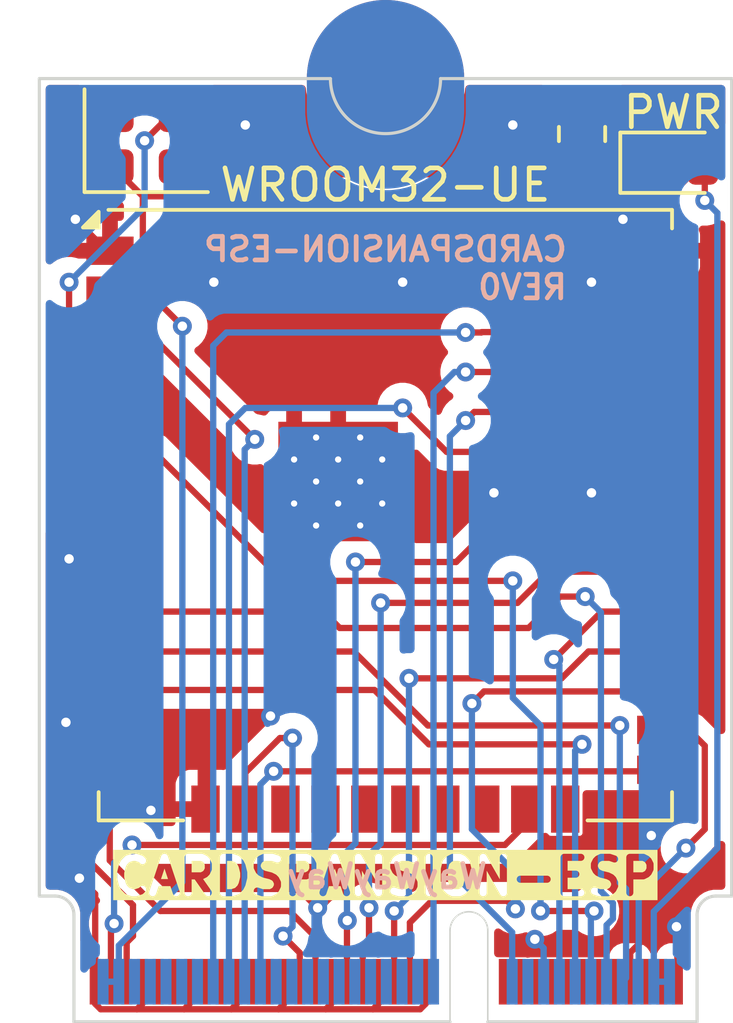
<source format=kicad_pcb>
(kicad_pcb (version 20241229) (generator "pcbnew") (generator_version "9.0")
  (title_block (title "CARDSPANSION-ESP") (date "2025-08-15") (rev "REV0"))
  (layers (0 "F.Cu" signal) (2 "B.Cu" signal) (13 "F.Paste" user) (15 "B.Paste" user) (5 "F.SilkS" user "F.Silkscreen") (7 "B.SilkS" user "B.Silkscreen") (1 "F.Mask" user) (3 "B.Mask" user) (25 "Edge.Cuts" user))
  (net 0 "")
  (net 1 "Net-(D1-K)")
  (net 2 "+3.3V")
  (net 5 "/I2C-SCL")
  (net 6 "/UART-TX")
  (net 11 "/LED2")
  (net 12 "GND")
  (net 17 "/I2C-SDA")
  (net 23 "/LED1")
  (net 24 "/I2S-SDOUT")
  (net 27 "/JTAG-TDO")
  (net 28 "/SPI-CLK")
  (net 29 "/I2S-WS")
  (net 35 "/SPI-MOSI")
  (net 36 "/UART-RX")
  (net 37 "/BOOT")
  (net 42 "/JTAG-TDI")
  (net 45 "/JTAG-TMS")
  (net 47 "/SPI-MISO")
  (net 49 "/I2S-CK")
  (net 50 "/EN")
  (net 51 "/JTAG-TCK")
  (net 53 "/SPI-CS")
  (net 55 "/I2S-SDIN")
  (net 57 "/RTCIN")
  (footprint "Oscillator:Oscillator_SMD_Abracon_ASE-4Pin_3.2x2.5mm" (layer "F.Cu") (at 20.85 26.5)
    (property "Reference" "Y1" (hide yes))
    (property "Value" "ASE-32.768KHZ" (hide yes))
    (fp_line (start -1.96 -1.635) (end -1.96 1.635) (stroke (width 0.12)) (layer "F.SilkS"))
    (fp_line (start -1.96 1.635) (end 1.96 1.635) (stroke (width 0.12)) (layer "F.SilkS"))
    (pad "1" smd roundrect (at -1.05 0.825) (size 1.3 1.1) (layers "F.Cu" "F.Mask" "F.Paste") (roundrect_rratio 0.227273) (net 2 "+3.3V"))
    (pad "2" smd roundrect (at 1.05 0.825) (size 1.3 1.1) (layers "F.Cu" "F.Mask" "F.Paste") (roundrect_rratio 0.227273) (net 12 "GND"))
    (pad "3" smd roundrect (at 1.05 -0.825) (size 1.3 1.1) (layers "F.Cu" "F.Mask" "F.Paste") (roundrect_rratio 0.227273) (net 57 "/RTCIN"))
    (pad "4" smd roundrect (at -1.05 -0.825) (size 1.3 1.1) (layers "F.Cu" "F.Mask" "F.Paste") (roundrect_rratio 0.227273) (net 2 "+3.3V"))
  )
  (footprint "LED_SMD:LED_0805_2012Metric" (layer "F.Cu") (at 37.6 27.2)
    (property "Reference" "D1" (hide yes))
    (property "Value" "PWR" (at 0 -1.6 0) (layer "F.SilkS"))
    (fp_line (start -1.685 -0.96) (end -1.685 0.96) (stroke (width 0.12)) (layer "F.SilkS"))
    (fp_line (start -1.685 0.96) (end 1 0.96) (stroke (width 0.12)) (layer "F.SilkS"))
    (fp_line (start 1 -0.96) (end -1.685 -0.96) (stroke (width 0.12)) (layer "F.SilkS"))
    (pad "1" smd roundrect (at -0.9375 0) (size 0.975 1.4) (layers "F.Cu" "F.Mask" "F.Paste") (net 1 "Net-(D1-K)"))
    (pad "2" smd roundrect (at 0.9375 0) (size 0.975 1.4) (layers "F.Cu" "F.Mask" "F.Paste") (net 2 "+3.3V"))
  )
  (footprint "RF_Module:ESP32-WROOM-32UE" (layer "F.Cu") (at 28.45 38.41)
    (property "Reference" "WROOM32-UE" (at 0 -10.5 0) (layer "F.SilkS"))
    (property "Value" "CARDSPANSION-ESP" (at 0 11.5 0) (layer "F.SilkS" knockout) (effects (font (size 1.125 1.125) (thickness 0.225) (bold yes))))
    (fp_line (start -9.11 8.81) (end -9.11 9.71) (stroke (width 0.12)) (layer "F.SilkS"))
    (fp_line (start -9.11 9.71) (end -6.425 9.71) (stroke (width 0.12)) (layer "F.SilkS"))
    (fp_line (start -8.8 -9.71) (end 9.11 -9.71) (stroke (width 0.12)) (layer "F.SilkS"))
    (fp_line (start 6.425 9.71) (end 9.11 9.71) (stroke (width 0.12)) (layer "F.SilkS"))
    (fp_line (start 9.11 -9.71) (end 9.11 -9.12) (stroke (width 0.12)) (layer "F.SilkS"))
    (fp_line (start 9.11 8.81) (end 9.11 9.71) (stroke (width 0.12)) (layer "F.SilkS"))
    (fp_poly (pts (xy -9.11 -9.15) (xy -9.61 -9.15) (xy -9.11 -9.65) (xy -9.11 -9.15)) (stroke (width 0.12)) (fill yes) (layer "F.SilkS"))
    (pad "1" smd rect (at -8.75 -8.41) (size 1.5 0.9) (layers "F.Cu" "F.Mask" "F.Paste") (net 12 "GND"))
    (pad "2" smd rect (at -8.75 -7.14) (size 1.5 0.9) (layers "F.Cu" "F.Mask" "F.Paste") (net 2 "+3.3V"))
    (pad "3" smd rect (at -8.75 -5.87) (size 1.5 0.9) (layers "F.Cu" "F.Mask" "F.Paste") (net 50 "/EN"))
    (pad "4" smd rect (at -8.75 -4.6) (size 1.5 0.9) (layers "F.Cu" "F.Mask" "F.Paste"))
    (pad "5" smd rect (at -8.75 -3.33) (size 1.5 0.9) (layers "F.Cu" "F.Mask" "F.Paste"))
    (pad "6" smd rect (at -8.75 -2.06) (size 1.5 0.9) (layers "F.Cu" "F.Mask" "F.Paste") (net 55 "/I2S-SDIN"))
    (pad "7" smd rect (at -8.75 -0.79) (size 1.5 0.9) (layers "F.Cu" "F.Mask" "F.Paste"))
    (pad "8" smd rect (at -8.75 0.48) (size 1.5 0.9) (layers "F.Cu" "F.Mask" "F.Paste") (net 57 "/RTCIN"))
    (pad "9" smd rect (at -8.75 1.75) (size 1.5 0.9) (layers "F.Cu" "F.Mask" "F.Paste"))
    (pad "10" smd rect (at -8.75 3.02) (size 1.5 0.9) (layers "F.Cu" "F.Mask" "F.Paste") (net 29 "/I2S-WS"))
    (pad "11" smd rect (at -8.75 4.29) (size 1.5 0.9) (layers "F.Cu" "F.Mask" "F.Paste") (net 49 "/I2S-CK"))
    (pad "12" smd rect (at -8.75 5.56) (size 1.5 0.9) (layers "F.Cu" "F.Mask" "F.Paste") (net 24 "/I2S-SDOUT"))
    (pad "13" smd rect (at -8.75 6.83) (size 1.5 0.9) (layers "F.Cu" "F.Mask" "F.Paste") (net 51 "/JTAG-TCK"))
    (pad "14" smd rect (at -8.75 8.1) (size 1.5 0.9) (layers "F.Cu" "F.Mask" "F.Paste") (net 42 "/JTAG-TDI"))
    (pad "15" smd rect (at -5.715 9.35 90) (size 1.5 0.9) (layers "F.Cu" "F.Mask" "F.Paste") (net 12 "GND"))
    (pad "16" smd rect (at -4.445 9.35 90) (size 1.5 0.9) (layers "F.Cu" "F.Mask" "F.Paste") (net 27 "/JTAG-TDO"))
    (pad "17" smd rect (at -3.175 9.35 90) (size 1.5 0.9) (layers "F.Cu" "F.Mask" "F.Paste"))
    (pad "18" smd rect (at -1.905 9.35 90) (size 1.5 0.9) (layers "F.Cu" "F.Mask" "F.Paste"))
    (pad "19" smd rect (at -0.635 9.35 90) (size 1.5 0.9) (layers "F.Cu" "F.Mask" "F.Paste"))
    (pad "20" smd rect (at 0.635 9.35 90) (size 1.5 0.9) (layers "F.Cu" "F.Mask" "F.Paste"))
    (pad "21" smd rect (at 1.905 9.35 90) (size 1.5 0.9) (layers "F.Cu" "F.Mask" "F.Paste"))
    (pad "22" smd rect (at 3.175 9.35 90) (size 1.5 0.9) (layers "F.Cu" "F.Mask" "F.Paste"))
    (pad "23" smd rect (at 4.445 9.35 90) (size 1.5 0.9) (layers "F.Cu" "F.Mask" "F.Paste") (net 45 "/JTAG-TMS"))
    (pad "24" smd rect (at 5.715 9.35 90) (size 1.5 0.9) (layers "F.Cu" "F.Mask" "F.Paste"))
    (pad "25" smd rect (at 8.75 8.1) (size 1.5 0.9) (layers "F.Cu" "F.Mask" "F.Paste") (net 37 "/BOOT"))
    (pad "26" smd rect (at 8.75 6.83) (size 1.5 0.9) (layers "F.Cu" "F.Mask" "F.Paste") (net 23 "/LED1"))
    (pad "27" smd rect (at 8.75 5.56) (size 1.5 0.9) (layers "F.Cu" "F.Mask" "F.Paste") (net 53 "/SPI-CS"))
    (pad "28" smd rect (at 8.75 4.29) (size 1.5 0.9) (layers "F.Cu" "F.Mask" "F.Paste") (net 35 "/SPI-MOSI"))
    (pad "29" smd rect (at 8.75 3.02) (size 1.5 0.9) (layers "F.Cu" "F.Mask" "F.Paste") (net 11 "/LED2"))
    (pad "30" smd rect (at 8.75 1.75) (size 1.5 0.9) (layers "F.Cu" "F.Mask" "F.Paste") (net 47 "/SPI-MISO"))
    (pad "31" smd rect (at 8.75 0.48) (size 1.5 0.9) (layers "F.Cu" "F.Mask" "F.Paste") (net 28 "/SPI-CLK"))
    (pad "32" smd rect (at 8.75 -0.79) (size 1.5 0.9) (layers "F.Cu" "F.Mask" "F.Paste"))
    (pad "33" smd rect (at 8.75 -2.06) (size 1.5 0.9) (layers "F.Cu" "F.Mask" "F.Paste") (net 17 "/I2C-SDA"))
    (pad "34" smd rect (at 8.75 -3.33) (size 1.5 0.9) (layers "F.Cu" "F.Mask" "F.Paste") (net 36 "/UART-RX"))
    (pad "35" smd rect (at 8.75 -4.6) (size 1.5 0.9) (layers "F.Cu" "F.Mask" "F.Paste") (net 6 "/UART-TX"))
    (pad "36" smd rect (at 8.75 -5.87) (size 1.5 0.9) (layers "F.Cu" "F.Mask" "F.Paste") (net 5 "/I2C-SCL"))
    (pad "37" smd rect (at 8.75 -7.14) (size 1.5 0.9) (layers "F.Cu" "F.Mask" "F.Paste"))
    (pad "38" smd rect (at 8.75 -8.41) (size 1.5 0.9) (layers "F.Cu" "F.Mask" "F.Paste") (net 12 "GND"))
    (pad "39" smd rect (at -2.9 -2.47) (size 0.9 0.9) (layers "F.Cu" "F.Paste") (net 12 "GND"))
    (pad "39" thru_hole circle (at -2.9 -1.77) (size 0.6 0.6) (drill 0.2) (property pad_prop_heatsink) (layers "*.Cu" "F.Mask") (net 12 "GND"))
    (pad "39" smd rect (at -2.9 -1.07) (size 0.9 0.9) (layers "F.Cu" "F.Paste") (net 12 "GND"))
    (pad "39" thru_hole circle (at -2.9 -0.37) (size 0.6 0.6) (drill 0.2) (property pad_prop_heatsink) (layers "*.Cu" "F.Mask") (net 12 "GND"))
    (pad "39" smd rect (at -2.9 0.33) (size 0.9 0.9) (layers "F.Cu" "F.Paste") (net 12 "GND"))
    (pad "39" thru_hole circle (at -2.2 -2.47) (size 0.6 0.6) (drill 0.2) (property pad_prop_heatsink) (layers "*.Cu" "F.Mask") (net 12 "GND"))
    (pad "39" thru_hole circle (at -2.2 -1.07) (size 0.6 0.6) (drill 0.2) (property pad_prop_heatsink) (layers "*.Cu" "F.Mask") (net 12 "GND"))
    (pad "39" thru_hole circle (at -2.2 0.33) (size 0.6 0.6) (drill 0.2) (property pad_prop_heatsink) (layers "*.Cu" "F.Mask") (net 12 "GND"))
    (pad "39" smd rect (at -1.5 -2.47) (size 0.9 0.9) (layers "F.Cu" "F.Paste") (net 12 "GND"))
    (pad "39" thru_hole circle (at -1.5 -1.77) (size 0.6 0.6) (drill 0.2) (property pad_prop_heatsink) (layers "*.Cu" "F.Mask") (net 12 "GND"))
    (pad "39" smd rect (at -1.5 -1.07) (size 0.9 0.9) (layers "F.Cu" "F.Paste") (net 12 "GND"))
    (pad "39" smd rect (at -1.5 -1.07) (size 3.8 3.8) (property pad_prop_heatsink) (layers "F.Cu" "F.Mask") (net 12 "GND"))
    (pad "39" thru_hole circle (at -1.5 -0.37) (size 0.6 0.6) (drill 0.2) (property pad_prop_heatsink) (layers "*.Cu" "F.Mask") (net 12 "GND"))
    (pad "39" smd rect (at -1.5 0.33) (size 0.9 0.9) (layers "F.Cu" "F.Paste") (net 12 "GND"))
    (pad "39" thru_hole circle (at -0.8 -2.47) (size 0.6 0.6) (drill 0.2) (property pad_prop_heatsink) (layers "*.Cu" "F.Mask") (net 12 "GND"))
    (pad "39" thru_hole circle (at -0.8 -1.07) (size 0.6 0.6) (drill 0.2) (property pad_prop_heatsink) (layers "*.Cu" "F.Mask") (net 12 "GND"))
    (pad "39" thru_hole circle (at -0.8 0.33) (size 0.6 0.6) (drill 0.2) (property pad_prop_heatsink) (layers "*.Cu" "F.Mask") (net 12 "GND"))
    (pad "39" smd rect (at -0.1 -2.47) (size 0.9 0.9) (layers "F.Cu" "F.Paste") (net 12 "GND"))
    (pad "39" thru_hole circle (at -0.1 -1.77) (size 0.6 0.6) (drill 0.2) (property pad_prop_heatsink) (layers "*.Cu" "F.Mask") (net 12 "GND"))
    (pad "39" smd rect (at -0.1 -1.07) (size 0.9 0.9) (layers "F.Cu" "F.Paste") (net 12 "GND"))
    (pad "39" thru_hole circle (at -0.1 -0.37) (size 0.6 0.6) (drill 0.2) (property pad_prop_heatsink) (layers "*.Cu" "F.Mask") (net 12 "GND"))
    (pad "39" smd rect (at -0.1 0.33) (size 0.9 0.9) (layers "F.Cu" "F.Paste") (net 12 "GND"))
  )
  (footprint "Resistor_SMD:R_0805_2012Metric" (layer "F.Cu") (at 34.7 26.2875 90)
    (property "Reference" "R1" (hide yes))
    (property "Value" "510" (hide yes))
    (fp_line (start -0.227064 -0.735) (end 0.227064 -0.735) (stroke (width 0.12)) (layer "F.SilkS"))
    (fp_line (start -0.227064 0.735) (end 0.227064 0.735) (stroke (width 0.12)) (layer "F.SilkS"))
    (pad "1" smd roundrect (at -0.9125 0 90) (size 1.025 1.4) (layers "F.Cu" "F.Mask" "F.Paste") (roundrect_rratio 0.243902) (net 1 "Net-(D1-K)"))
    (pad "2" smd roundrect (at 0.9125 0 90) (size 1.025 1.4) (layers "F.Cu" "F.Mask" "F.Paste") (roundrect_rratio 0.243902) (net 12 "GND"))
  )
  (footprint "M2-2230-E:M2-2230-E" (layer "F.Cu") (at 16.455 23.525)
    (property "Reference" "J1" (hide yes))
    (property "Value" "M2-E 2230" (hide yes))
    (fp_line (start 1 1) (end 1 27) (stroke (width 0.1)) (layer "Edge.Cuts"))
    (fp_line (start 1 1) (end 10.25 1) (stroke (width 0.1)) (layer "Edge.Cuts"))
    (fp_line (start 1 27) (end 1.5 27) (stroke (width 0.1)) (layer "Edge.Cuts"))
    (fp_line (start 2.1 27.6) (end 2.1 31) (stroke (width 0.1)) (layer "Edge.Cuts"))
    (fp_line (start 2.1 31) (end 14.05 31) (stroke (width 0.1)) (layer "Edge.Cuts"))
    (fp_line (start 14.05 31) (end 14.05 28.1) (stroke (width 0.05)) (layer "Edge.Cuts"))
    (fp_line (start 15.25 28.1) (end 15.25 31) (stroke (width 0.05)) (layer "Edge.Cuts"))
    (fp_line (start 15.25 31) (end 21.9 31) (stroke (width 0.1)) (layer "Edge.Cuts"))
    (fp_line (start 21.9 27.6) (end 21.9 31) (stroke (width 0.1)) (layer "Edge.Cuts"))
    (fp_line (start 23 1) (end 13.75 1) (stroke (width 0.1)) (layer "Edge.Cuts"))
    (fp_line (start 23 1) (end 23 27) (stroke (width 0.1)) (layer "Edge.Cuts"))
    (fp_line (start 23 27) (end 22.5 27) (stroke (width 0.1)) (layer "Edge.Cuts"))
    (fp_arc (start 1.5 27) (mid 1.924264 27.175736) (end 2.1 27.6) (stroke (width 0.1)) (layer "Edge.Cuts"))
    (fp_arc (start 13.75 1) (mid 12 2.75) (end 10.25 1) (stroke (width 0.1)) (layer "Edge.Cuts"))
    (fp_arc (start 14.05 28.1) (mid 14.65 27.5) (end 15.25 28.1) (stroke (width 0.05)) (layer "Edge.Cuts"))
    (fp_arc (start 21.9 27.6) (mid 22.075736 27.175736) (end 22.5 27) (stroke (width 0.1)) (layer "Edge.Cuts"))
    (pad "1" connect rect (at 21.275 29.725) (size 0.35 1.45) (layers "F.Cu" "F.Mask") (net 12 "GND"))
    (pad "2" connect rect (at 21.025 29.725) (size 0.35 1.45) (layers "B.Cu" "B.Mask") (net 2 "+3.3V"))
    (pad "3" connect rect (at 20.775 29.725) (size 0.35 1.45) (layers "F.Cu" "F.Mask"))
    (pad "4" connect rect (at 20.525 29.725) (size 0.35 1.45) (layers "B.Cu" "B.Mask") (net 2 "+3.3V"))
    (pad "5" connect rect (at 20.275 29.725) (size 0.35 1.45) (layers "F.Cu" "F.Mask"))
    (pad "6" connect rect (at 20.025 29.725) (size 0.35 1.45) (layers "B.Cu" "B.Mask") (net 23 "/LED1"))
    (pad "7" connect rect (at 19.775 29.725) (size 0.35 1.45) (layers "F.Cu" "F.Mask") (net 12 "GND"))
    (pad "8" connect rect (at 19.525 29.725) (size 0.35 1.45) (layers "B.Cu" "B.Mask") (net 49 "/I2S-CK"))
    (pad "9" connect rect (at 19.275 29.725) (size 0.35 1.45) (layers "F.Cu" "F.Mask"))
    (pad "10" connect rect (at 19.025 29.725) (size 0.35 1.45) (layers "B.Cu" "B.Mask") (net 29 "/I2S-WS"))
    (pad "11" connect rect (at 18.775 29.725) (size 0.35 1.45) (layers "F.Cu" "F.Mask"))
    (pad "12" connect rect (at 18.525 29.725) (size 0.35 1.45) (layers "B.Cu" "B.Mask") (net 55 "/I2S-SDIN"))
    (pad "13" connect rect (at 18.275 29.725) (size 0.35 1.45) (layers "F.Cu" "F.Mask"))
    (pad "14" connect rect (at 18.025 29.725) (size 0.35 1.45) (layers "B.Cu" "B.Mask") (net 24 "/I2S-SDOUT"))
    (pad "15" connect rect (at 17.775 29.725) (size 0.35 1.45) (layers "F.Cu" "F.Mask"))
    (pad "16" connect rect (at 17.525 29.725) (size 0.35 1.45) (layers "B.Cu" "B.Mask") (net 11 "/LED2"))
    (pad "17" connect rect (at 17.275 29.725) (size 0.35 1.45) (layers "F.Cu" "F.Mask"))
    (pad "18" connect rect (at 17.025 29.725) (size 0.35 1.45) (layers "B.Cu" "B.Mask") (net 12 "GND"))
    (pad "19" connect rect (at 16.775 29.725) (size 0.35 1.45) (layers "F.Cu" "F.Mask"))
    (pad "20" connect rect (at 16.525 29.725) (size 0.35 1.45) (layers "B.Cu" "B.Mask"))
    (pad "21" connect rect (at 16.275 29.725) (size 0.35 1.45) (layers "F.Cu" "F.Mask"))
    (pad "22" connect rect (at 16.025 29.725) (size 0.35 1.45) (layers "B.Cu" "B.Mask") (net 36 "/UART-RX"))
    (pad "23" connect rect (at 15.775 29.725) (size 0.35 1.45) (layers "F.Cu" "F.Mask"))
    (pad "32" connect rect (at 13.525 29.725) (size 0.35 1.45) (layers "B.Cu" "B.Mask") (net 6 "/UART-TX"))
    (pad "33" connect rect (at 13.275 29.725) (size 0.35 1.45) (layers "F.Cu" "F.Mask") (net 12 "GND"))
    (pad "34" connect rect (at 13.025 29.725) (size 0.35 1.45) (layers "B.Cu" "B.Mask"))
    (pad "35" connect rect (at 12.775 29.725) (size 0.35 1.45) (layers "F.Cu" "F.Mask") (net 53 "/SPI-CS"))
    (pad "36" connect rect (at 12.525 29.725) (size 0.35 1.45) (layers "B.Cu" "B.Mask"))
    (pad "37" connect rect (at 12.275 29.725) (size 0.35 1.45) (layers "F.Cu" "F.Mask") (net 35 "/SPI-MOSI"))
    (pad "38" connect rect (at 12.025 29.725) (size 0.35 1.45) (layers "B.Cu" "B.Mask"))
    (pad "39" connect rect (at 11.775 29.725) (size 0.35 1.45) (layers "F.Cu" "F.Mask") (net 12 "GND"))
    (pad "40" connect rect (at 11.525 29.725) (size 0.35 1.45) (layers "B.Cu" "B.Mask"))
    (pad "41" connect rect (at 11.275 29.725) (size 0.35 1.45) (layers "F.Cu" "F.Mask") (net 47 "/SPI-MISO"))
    (pad "42" connect rect (at 11.025 29.725) (size 0.35 1.45) (layers "B.Cu" "B.Mask"))
    (pad "43" connect rect (at 10.775 29.725) (size 0.35 1.45) (layers "F.Cu" "F.Mask") (net 28 "/SPI-CLK"))
    (pad "44" connect rect (at 10.525 29.725) (size 0.35 1.45) (layers "B.Cu" "B.Mask"))
    (pad "45" connect rect (at 10.275 29.725) (size 0.35 1.45) (layers "F.Cu" "F.Mask") (net 12 "GND"))
    (pad "46" connect rect (at 10.025 29.725) (size 0.35 1.45) (layers "B.Cu" "B.Mask"))
    (pad "47" connect rect (at 9.775 29.725) (size 0.35 1.45) (layers "F.Cu" "F.Mask") (net 42 "/JTAG-TDI"))
    (pad "48" connect rect (at 9.525 29.725) (size 0.35 1.45) (layers "B.Cu" "B.Mask"))
    (pad "49" connect rect (at 9.275 29.725) (size 0.35 1.45) (layers "F.Cu" "F.Mask") (net 27 "/JTAG-TDO"))
    (pad "50" connect rect (at 9.025 29.725) (size 0.35 1.45) (layers "B.Cu" "B.Mask"))
    (pad "51" connect rect (at 8.775 29.725) (size 0.35 1.45) (layers "F.Cu" "F.Mask") (net 12 "GND"))
    (pad "52" connect rect (at 8.525 29.725) (size 0.35 1.45) (layers "B.Cu" "B.Mask"))
    (pad "53" connect rect (at 8.275 29.725) (size 0.35 1.45) (layers "F.Cu" "F.Mask"))
    (pad "54" connect rect (at 8.025 29.725) (size 0.35 1.45) (layers "B.Cu" "B.Mask") (net 37 "/BOOT"))
    (pad "55" connect rect (at 7.775 29.725) (size 0.35 1.45) (layers "F.Cu" "F.Mask"))
    (pad "56" connect rect (at 7.525 29.725) (size 0.35 1.45) (layers "B.Cu" "B.Mask") (net 50 "/EN"))
    (pad "57" connect rect (at 7.275 29.725) (size 0.35 1.45) (layers "F.Cu" "F.Mask") (net 12 "GND"))
    (pad "58" connect rect (at 7.025 29.725) (size 0.35 1.45) (layers "B.Cu" "B.Mask") (net 17 "/I2C-SDA"))
    (pad "59" connect rect (at 6.775 29.725) (size 0.35 1.45) (layers "F.Cu" "F.Mask"))
    (pad "60" connect rect (at 6.525 29.725) (size 0.35 1.45) (layers "B.Cu" "B.Mask") (net 5 "/I2C-SCL"))
    (pad "61" connect rect (at 6.275 29.725) (size 0.35 1.45) (layers "F.Cu" "F.Mask"))
    (pad "62" connect rect (at 6.025 29.725) (size 0.35 1.45) (layers "B.Cu" "B.Mask"))
    (pad "63" connect rect (at 5.775 29.725) (size 0.35 1.45) (layers "F.Cu" "F.Mask") (net 12 "GND"))
    (pad "64" connect rect (at 5.525 29.725) (size 0.35 1.45) (layers "B.Cu" "B.Mask"))
    (pad "65" connect rect (at 5.275 29.725) (size 0.35 1.45) (layers "F.Cu" "F.Mask"))
    (pad "66" connect rect (at 5.025 29.725) (size 0.35 1.45) (layers "B.Cu" "B.Mask"))
    (pad "67" connect rect (at 4.775 29.725) (size 0.35 1.45) (layers "F.Cu" "F.Mask"))
    (pad "68" connect rect (at 4.525 29.725) (size 0.35 1.45) (layers "B.Cu" "B.Mask"))
    (pad "69" connect rect (at 4.275 29.725) (size 0.35 1.45) (layers "F.Cu" "F.Mask") (net 12 "GND"))
    (pad "70" connect rect (at 4.025 29.725) (size 0.35 1.45) (layers "B.Cu" "B.Mask"))
    (pad "71" connect rect (at 3.775 29.725) (size 0.35 1.45) (layers "F.Cu" "F.Mask") (net 51 "/JTAG-TCK"))
    (pad "72" connect rect (at 3.525 29.725) (size 0.35 1.45) (layers "B.Cu" "B.Mask") (net 2 "+3.3V"))
    (pad "73" connect rect (at 3.275 29.725) (size 0.35 1.45) (layers "F.Cu" "F.Mask") (net 45 "/JTAG-TMS"))
    (pad "74" connect rect (at 3.025 29.725) (size 0.35 1.45) (layers "B.Cu" "B.Mask") (net 2 "+3.3V"))
    (pad "75" connect rect (at 2.775 29.725) (size 0.35 1.45) (layers "F.Cu" "F.Mask") (net 12 "GND"))
    (pad "76" connect circle (at 12 1) (size 5 5) (layers "F.Cu" "F.Mask"))
    (pad "77" connect oval (at 12 1.5) (size 5 6) (layers "B.Cu" "B.Mask"))
  )
  (gr_text "CARDSPANSION-ESP\nREV0" (at 34.3 31.6 0) (layer "B.SilkS") (effects (font (size 0.75 0.75) (thickness 0.15) (bold yes)) (justify left bottom mirror)))
  (gr_text "WayWayWay" (at 28.5 49.9 0) (layer "B.SilkS") (effects (font (size 0.75 0.75) (thickness 0.15) (bold yes)) (justify mirror)))
  (segment (start 34.7 27.2) (end 36.6625 27.2) (width 0.2) (layer "F.Cu") (net 1))
  (segment (start 20.526 31.3175) (end 19.6925 31.3175) (width 0.2) (layer "F.Cu") (net 2))
  (segment (start 19.8 27.325) (end 19.8 25.675) (width 0.2) (layer "F.Cu") (net 2))
  (segment (start 20.7435 28.2685) (end 37.469 28.2685) (width 0.2) (layer "F.Cu") (net 2))
  (segment (start 19.8 27.325) (end 20.7435 28.2685) (width 0.2) (layer "F.Cu") (net 2))
  (segment (start 38.6 27.2625) (end 38.5375 27.2) (width 0.2) (layer "F.Cu") (net 2))
  (segment (start 20.7435 31.1435) (end 22 32.4) (width 0.2) (layer "F.Cu") (net 2))
  (segment (start 20.7435 28.2685) (end 20.7435 31.1) (width 0.2) (layer "F.Cu") (net 2))
  (segment (start 20.7435 31.1) (end 20.526 31.3175) (width 0.2) (layer "F.Cu") (net 2))
  (segment (start 20.7435 31.1) (end 20.7435 31.1435) (width 0.2) (layer "F.Cu") (net 2))
  (segment (start 37.469 28.2685) (end 38.5375 27.2) (width 0.2) (layer "F.Cu") (net 2))
  (segment (start 38.6 28.4) (end 38.6 27.2625) (width 0.2) (layer "F.Cu") (net 2))
  (via (at 38.6 28.4) (size 0.6) (drill 0.3) (layers "F.Cu" "B.Cu") (net 2))
  (via (at 22 32.4) (size 0.6) (drill 0.3) (layers "F.Cu" "B.Cu") (net 2))
  (segment (start 36.98 51.02) (end 39 49) (width 0.2) (layer "B.Cu") (net 2))
  (segment (start 22 50.079943) (end 19.98 52.099943) (width 0.2) (layer "B.Cu") (net 2))
  (segment (start 39 28.8) (end 38.6 28.4) (width 0.2) (layer "B.Cu") (net 2))
  (segment (start 19.98 52.099943) (end 19.98 53.25) (width 0.2) (layer "B.Cu") (net 2))
  (segment (start 22 32.4) (end 22 50.079943) (width 0.2) (layer "B.Cu") (net 2))
  (segment (start 19.48 53.25) (end 19.98 53.25) (width 0.2) (layer "B.Cu") (net 2))
  (segment (start 37.48 53.25) (end 36.98 53.25) (width 0.2) (layer "B.Cu") (net 2))
  (segment (start 36.98 53.25) (end 36.98 51.02) (width 0.2) (layer "B.Cu") (net 2))
  (segment (start 39 49) (end 39 28.8) (width 0.2) (layer "B.Cu") (net 2))
  (segment (start 31.5 32.6) (end 31.5125 32.5875) (width 0.2) (layer "F.Cu") (net 5))
  (segment (start 31 32.6) (end 31.5 32.6) (width 0.2) (layer "F.Cu") (net 5))
  (segment (start 31.5125 32.5875) (end 37.1925 32.5875) (width 0.2) (layer "F.Cu") (net 5))
  (via (at 31 32.6) (size 0.6) (drill 0.3) (layers "F.Cu" "B.Cu") (net 5))
  (segment (start 22.98 33.02) (end 22.98 53.25) (width 0.2) (layer "B.Cu") (net 5))
  (segment (start 22.98 33.02) (end 23.4 32.6) (width 0.2) (layer "B.Cu") (net 5))
  (segment (start 23.4 32.6) (end 31 32.6) (width 0.2) (layer "B.Cu") (net 5))
  (segment (start 31 33.8575) (end 37.1925 33.8575) (width 0.2) (layer "F.Cu") (net 6))
  (via (at 31 33.8575) (size 0.6) (drill 0.3) (layers "F.Cu" "B.Cu") (net 6))
  (segment (start 30.6425 33.8575) (end 29.98 34.52) (width 0.2) (layer "B.Cu") (net 6))
  (segment (start 31 33.8575) (end 30.6425 33.8575) (width 0.2) (layer "B.Cu") (net 6))
  (segment (start 29.98 34.52) (end 29.98 53.25) (width 0.2) (layer "B.Cu") (net 6))
  (segment (start 35.3225 41.4775) (end 33.8 43) (width 0.2) (layer "F.Cu") (net 11))
  (segment (start 37.1925 41.4775) (end 35.3225 41.4775) (width 0.2) (layer "F.Cu") (net 11))
  (via (at 33.8 43) (size 0.6) (drill 0.3) (layers "F.Cu" "B.Cu") (net 11))
  (segment (start 33.98 43.18) (end 33.98 53.25) (width 0.2) (layer "B.Cu") (net 11))
  (segment (start 33.8 43) (end 33.98 43.18) (width 0.2) (layer "B.Cu") (net 11))
  (segment (start 19.6925 30.0475) (end 19.6475 30.0475) (width 0.2) (layer "F.Cu") (net 12))
  (segment (start 25.056 54.126) (end 23.556 54.126) (width 0.2) (layer "F.Cu") (net 12))
  (segment (start 19.404 54.126) (end 20.556 54.126) (width 0.2) (layer "F.Cu") (net 12))
  (segment (start 19.23 53.25) (end 19.23 53.952) (width 0.2) (layer "F.Cu") (net 12))
  (segment (start 28.056 54.126) (end 26.556 54.126) (width 0.2) (layer "F.Cu") (net 12))
  (segment (start 29.556 54.126) (end 28.056 54.126) (width 0.2) (layer "F.Cu") (net 12))
  (segment (start 28.23 53.952) (end 28.056 54.126) (width 0.2) (layer "F.Cu") (net 12))
  (segment (start 20.556 54.126) (end 20.73 53.952) (width 0.2) (layer "F.Cu") (net 12))
  (segment (start 21.9 27.325) (end 22.675 27.325) (width 0.2) (layer "F.Cu") (net 12))
  (segment (start 29.73 53.25) (end 29.73 53.952) (width 0.2) (layer "F.Cu") (net 12))
  (segment (start 25.23 53.25) (end 25.23 53.952) (width 0.2) (layer "F.Cu") (net 12))
  (segment (start 37.0475 30.0475) (end 36 29) (width 0.2) (layer "F.Cu") (net 12))
  (segment (start 29.73 53.952) (end 29.556 54.126) (width 0.2) (layer "F.Cu") (net 12))
  (segment (start 22.056 54.126) (end 20.556 54.126) (width 0.2) (layer "F.Cu") (net 12))
  (segment (start 37.73 53.25) (end 37.73 51.53) (width 0.2) (layer "F.Cu") (net 12))
  (segment (start 23.556 54.126) (end 22.056 54.126) (width 0.2) (layer "F.Cu") (net 12))
  (segment (start 37.73 51.53) (end 37.7 51.5) (width 0.2) (layer "F.Cu") (net 12))
  (segment (start 28.23 53.25) (end 28.23 53.952) (width 0.2) (layer "F.Cu") (net 12))
  (segment (start 23.73 53.25) (end 23.73 53.952) (width 0.2) (layer "F.Cu") (net 12))
  (segment (start 26.73 53.952) (end 26.556 54.126) (width 0.2) (layer "F.Cu") (net 12))
  (segment (start 33.125 25.375) (end 32.5 26) (width 0.2) (layer "F.Cu") (net 12))
  (segment (start 26.73 53.25) (end 26.73 53.952) (width 0.2) (layer "F.Cu") (net 12))
  (segment (start 36.23 53.25) (end 36.23 52.325) (width 0.2) (layer "F.Cu") (net 12))
  (segment (start 22.23 53.952) (end 22.056 54.126) (width 0.2) (layer "F.Cu") (net 12))
  (segment (start 37.055 51.5) (end 37.7 51.5) (width 0.2) (layer "F.Cu") (net 12))
  (segment (start 22.675 27.325) (end 24 26) (width 0.2) (layer "F.Cu") (net 12))
  (segment (start 34.7 25.375) (end 33.125 25.375) (width 0.2) (layer "F.Cu") (net 12))
  (segment (start 25.23 53.952) (end 25.056 54.126) (width 0.2) (layer "F.Cu") (net 12))
  (segment (start 20.73 53.952) (end 20.73 53.25) (width 0.2) (layer "F.Cu") (net 12))
  (segment (start 19.23 53.25) (end 19.23 50.459753) (width 0.2) (layer "F.Cu") (net 12))
  (segment (start 19.23 50.459753) (end 18.727986 49.957739) (width 0.2) (layer "F.Cu") (net 12))
  (segment (start 22.23 53.25) (end 22.23 53.952) (width 0.2) (layer "F.Cu") (net 12))
  (segment (start 23.73 53.952) (end 23.556 54.126) (width 0.2) (layer "F.Cu") (net 12))
  (segment (start 26.556 54.126) (end 25.056 54.126) (width 0.2) (layer "F.Cu") (net 12))
  (segment (start 37.1925 30.0475) (end 37.0475 30.0475) (width 0.2) (layer "F.Cu") (net 12))
  (segment (start 19.6475 30.0475) (end 18.6 29) (width 0.2) (layer "F.Cu") (net 12))
  (segment (start 19.23 53.952) (end 19.404 54.126) (width 0.2) (layer "F.Cu") (net 12))
  (segment (start 36.23 52.325) (end 37.055 51.5) (width 0.2) (layer "F.Cu") (net 12))
  (via (at 35 31) (size 0.6) (drill 0.3) (layers "F.Cu" "B.Cu") (net 12))
  (via (at 24 26) (size 0.6) (drill 0.3) (layers "F.Cu" "B.Cu") (net 12))
  (via (at 35 37.7) (size 0.6) (drill 0.3) (layers "F.Cu" "B.Cu") (net 12))
  (via (at 31.9 37.7) (size 0.6) (drill 0.3) (layers "F.Cu" "B.Cu") (net 12))
  (via (at 26.3 50.9) (size 0.6) (drill 0.3) (layers "F.Cu" "B.Cu") (net 12))
  (via (at 24.8 44.8) (size 0.6) (drill 0.3) (layers "F.Cu" "B.Cu") (net 12))
  (via (at 37.7 51.5) (size 0.6) (drill 0.3) (layers "F.Cu" "B.Cu") (net 12))
  (via (at 33.2 51.9) (size 0.6) (drill 0.3) (layers "F.Cu" "B.Cu") (net 12))
  (via (at 23 31) (size 0.6) (drill 0.3) (layers "F.Cu" "B.Cu") (net 12))
  (via (at 18.727986 49.957739) (size 0.6) (drill 0.3) (layers "F.Cu" "B.Cu") (net 12))
  (via (at 32.5 26) (size 0.6) (drill 0.3) (layers "F.Cu" "B.Cu") (net 12))
  (via (at 18.3 45) (size 0.6) (drill 0.3) (layers "F.Cu" "B.Cu") (net 12))
  (via (at 36.9 48.6) (size 0.6) (drill 0.3) (layers "F.Cu" "B.Cu") (net 12))
  (via (at 18.4 39.8) (size 0.6) (drill 0.3) (layers "F.Cu" "B.Cu") (net 12))
  (via (at 29 31) (size 0.6) (drill 0.3) (layers "F.Cu" "B.Cu") (net 12))
  (via (at 36 29) (size 0.6) (drill 0.3) (layers "F.Cu" "B.Cu") (net 12))
  (via (at 18.6 29) (size 0.6) (drill 0.3) (layers "F.Cu" "B.Cu") (net 12))
  (via (at 21 47.8) (size 0.6) (drill 0.3) (layers "F.Cu" "B.Cu") (net 12))
  (segment (start 33.48 53.25) (end 33.48 52.18) (width 0.2) (layer "B.Cu") (net 12))
  (segment (start 33.48 52.18) (end 33.2 51.9) (width 0.2) (layer "B.Cu") (net 12))
  (segment (start 37.1925 36.3975) (end 30.3975 36.3975) (width 0.2) (layer "F.Cu") (net 17))
  (segment (start 30.3975 36.3975) (end 29 35) (width 0.2) (layer "F.Cu") (net 17))
  (via (at 29 35) (size 0.6) (drill 0.3) (layers "F.Cu" "B.Cu") (net 17))
  (segment (start 23.48 35.52) (end 23.48 53.25) (width 0.2) (layer "B.Cu") (net 17))
  (segment (start 29 35) (end 24 35) (width 0.2) (layer "B.Cu") (net 17))
  (segment (start 24 35) (end 23.48 35.52) (width 0.2) (layer "B.Cu") (net 17))
  (segment (start 38.1425 45.2875) (end 37.1925 45.2875) (width 0.2) (layer "F.Cu") (net 23))
  (segment (start 38.6 48.4) (end 38.6 45.745) (width 0.2) (layer "F.Cu") (net 23))
  (segment (start 38 49) (end 38.6 48.4) (width 0.2) (layer "F.Cu") (net 23))
  (segment (start 38.6 45.745) (end 38.1425 45.2875) (width 0.2) (layer "F.Cu") (net 23))
  (via (at 38 49) (size 0.6) (drill 0.3) (layers "F.Cu" "B.Cu") (net 23))
  (segment (start 38 49) (end 36.501 50.499) (width 0.2) (layer "B.Cu") (net 23))
  (segment (start 36.501 50.499) (end 36.501 53.25) (width 0.2) (layer "B.Cu") (net 23))
  (segment (start 29.8329 45.7) (end 34.7 45.7) (width 0.2) (layer "F.Cu") (net 24))
  (segment (start 19.7 43.97) (end 28.1029 43.97) (width 0.2) (layer "F.Cu") (net 24))
  (segment (start 28.1029 43.97) (end 29.8329 45.7) (width 0.2) (layer "F.Cu") (net 24))
  (via (at 34.7 45.7) (size 0.6) (drill 0.3) (layers "F.Cu" "B.Cu") (net 24))
  (segment (start 34.7 45.7) (end 34.68 45.7) (width 0.2) (layer "B.Cu") (net 24))
  (segment (start 34.68 45.7) (end 34.48 45.9) (width 0.2) (layer "B.Cu") (net 24))
  (segment (start 34.48 45.9) (end 34.48 53.25) (width 0.2) (layer "B.Cu") (net 24))
  (segment (start 25.73 52.33) (end 25.73 53.25) (width 0.2) (layer "F.Cu") (net 27))
  (segment (start 23.9975 46.6025) (end 25.1 45.5) (width 0.2) (layer "F.Cu") (net 27))
  (segment (start 25.1 45.5) (end 25.5 45.5) (width 0.2) (layer "F.Cu") (net 27))
  (segment (start 25.2 51.8) (end 25.73 52.33) (width 0.2) (layer "F.Cu") (net 27))
  (segment (start 23.9975 47.8075) (end 23.9975 46.6025) (width 0.2) (layer "F.Cu") (net 27))
  (via (at 25.5 45.5) (size 0.6) (drill 0.3) (layers "F.Cu" "B.Cu") (net 27))
  (via (at 25.2 51.8) (size 0.6) (drill 0.3) (layers "F.Cu" "B.Cu") (net 27))
  (segment (start 25.2 51.8) (end 25.5 51.5) (width 0.2) (layer "B.Cu") (net 27))
  (segment (start 25.5 51.5) (end 25.5 45.5) (width 0.2) (layer "B.Cu") (net 27))
  (segment (start 27.23 51.314045) (end 27.23 53.25) (width 0.2) (layer "F.Cu") (net 28))
  (segment (start 37.1925 38.9375) (end 31.6625 38.9375) (width 0.2) (layer "F.Cu") (net 28))
  (segment (start 27.239954 51.304091) (end 27.23 51.314045) (width 0.2) (layer "F.Cu") (net 28))
  (segment (start 31.6625 38.9375) (end 30.7 39.9) (width 0.2) (layer "F.Cu") (net 28))
  (segment (start 30.7 39.9) (end 27.5 39.9) (width 0.2) (layer "F.Cu") (net 28))
  (via (at 27.239954 51.304091) (size 0.6) (drill 0.3) (layers "F.Cu" "B.Cu") (net 28))
  (via (at 27.5 39.9) (size 0.6) (drill 0.3) (layers "F.Cu" "B.Cu") (net 28))
  (segment (start 27.23 51.294137) (end 27.23 49.116403) (width 0.2) (layer "B.Cu") (net 28))
  (segment (start 27.239954 51.304091) (end 27.23 51.294137) (width 0.2) (layer "B.Cu") (net 28))
  (segment (start 27.5 48.846403) (end 27.5 39.9) (width 0.2) (layer "B.Cu") (net 28))
  (segment (start 27.23 49.116403) (end 27.5 48.846403) (width 0.2) (layer "B.Cu") (net 28))
  (segment (start 34 41) (end 34.8 41) (width 0.2) (layer "F.Cu") (net 29))
  (segment (start 33 42) (end 34 41) (width 0.2) (layer "F.Cu") (net 29))
  (segment (start 19.6925 41.4775) (end 26.4775 41.4775) (width 0.2) (layer "F.Cu") (net 29))
  (segment (start 27 42) (end 31 42) (width 0.2) (layer "F.Cu") (net 29))
  (segment (start 26.4775 41.4775) (end 27 42) (width 0.2) (layer "F.Cu") (net 29))
  (segment (start 31 42) (end 33 42) (width 0.2) (layer "F.Cu") (net 29))
  (via (at 34.8 41) (size 0.6) (drill 0.3) (layers "F.Cu" "B.Cu") (net 29))
  (segment (start 35.681 50.751057) (end 35.3 50.370057) (width 0.2) (layer "B.Cu") (net 29))
  (segment (start 35.3 50.370057) (end 35.3 41.5) (width 0.2) (layer "B.Cu") (net 29))
  (segment (start 35.681 51.248943) (end 35.681 50.751057) (width 0.2) (layer "B.Cu") (net 29))
  (segment (start 35.3 41.5) (end 34.8 41) (width 0.2) (layer "B.Cu") (net 29))
  (segment (start 35.48 53.25) (end 35.48 51.449943) (width 0.2) (layer "B.Cu") (net 29))
  (segment (start 35.48 51.449943) (end 35.681 51.248943) (width 0.2) (layer "B.Cu") (net 29))
  (segment (start 34.049943 43.6) (end 29.2 43.6) (width 0.2) (layer "F.Cu") (net 35))
  (segment (start 34.902443 42.7475) (end 34.049943 43.6) (width 0.2) (layer "F.Cu") (net 35))
  (segment (start 28.73 51) (end 28.73 53.25) (width 0.2) (layer "F.Cu") (net 35))
  (segment (start 37.1925 42.7475) (end 34.902443 42.7475) (width 0.2) (layer "F.Cu") (net 35))
  (via (at 28.73 51) (size 0.6) (drill 0.3) (layers "F.Cu" "B.Cu") (net 35))
  (via (at 29.2 43.6) (size 0.6) (drill 0.3) (layers "F.Cu" "B.Cu") (net 35))
  (segment (start 29.2 43.6) (end 29.2 50.53) (width 0.2) (layer "B.Cu") (net 35))
  (segment (start 29.2 50.53) (end 28.73 51) (width 0.2) (layer "B.Cu") (net 35))
  (segment (start 37.1925 35.1275) (end 31.2725 35.1275) (width 0.2) (layer "F.Cu") (net 36))
  (segment (start 31.2725 35.1275) (end 31 35.4) (width 0.2) (layer "F.Cu") (net 36))
  (via (at 31 35.4) (size 0.6) (drill 0.3) (layers "F.Cu" "B.Cu") (net 36))
  (segment (start 30.5 35.9) (end 30.5 49.7) (width 0.2) (layer "B.Cu") (net 36))
  (segment (start 30.5 49.7) (end 32.48 51.68) (width 0.2) (layer "B.Cu") (net 36))
  (segment (start 31 35.4) (end 30.5 35.9) (width 0.2) (layer "B.Cu") (net 36))
  (segment (start 32.48 51.68) (end 32.48 53.25) (width 0.2) (layer "B.Cu") (net 36))
  (segment (start 37.192498 46.557498) (end 24.9 46.557498) (width 0.2) (layer "F.Cu") (net 37))
  (segment (start 37.1925 46.5575) (end 37.192498 46.557498) (width 0.2) (layer "F.Cu") (net 37))
  (via (at 24.9 46.557498) (size 0.6) (drill 0.3) (layers "F.Cu" "B.Cu") (net 37))
  (segment (start 24.9 46.557498) (end 24.48 46.977498) (width 0.2) (layer "B.Cu") (net 37))
  (segment (start 24.48 46.977498) (end 24.48 53.25) (width 0.2) (layer "B.Cu") (net 37))
  (segment (start 25.4 51) (end 21.3 51) (width 0.2) (layer "F.Cu") (net 42))
  (segment (start 21.3 51) (end 19.6925 49.3925) (width 0.2) (layer "F.Cu") (net 42))
  (segment (start 26.23 53.25) (end 26.23 51.83) (width 0.2) (layer "F.Cu") (net 42))
  (segment (start 19.6925 49.3925) (end 19.6925 46.5575) (width 0.2) (layer "F.Cu") (net 42))
  (segment (start 26.23 51.83) (end 25.4 51) (width 0.2) (layer "F.Cu") (net 42))
  (segment (start 20.4 48.9) (end 32.250057 48.9) (width 0.2) (layer "F.Cu") (net 45))
  (segment (start 19.73 53.25) (end 19.73 51.5) (width 0.2) (layer "F.Cu") (net 45))
  (segment (start 19.73 51.5) (end 19.83 51.4) (width 0.2) (layer "F.Cu") (net 45))
  (segment (start 32.8875 48.262557) (end 32.8875 47.8075) (width 0.2) (layer "F.Cu") (net 45))
  (segment (start 32.250057 48.9) (end 32.8875 48.262557) (width 0.2) (layer "F.Cu") (net 45))
  (via (at 19.83 51.4) (size 0.6) (drill 0.3) (layers "F.Cu" "B.Cu") (net 45))
  (via (at 20.4 48.9) (size 0.6) (drill 0.3) (layers "F.Cu" "B.Cu") (net 45))
  (segment (start 19.83 49.47) (end 19.83 51.4) (width 0.2) (layer "B.Cu") (net 45))
  (segment (start 20.4 48.9) (end 19.83 49.47) (width 0.2) (layer "B.Cu") (net 45))
  (segment (start 27.930296 51.999704) (end 27.73 52.2) (width 0.2) (layer "F.Cu") (net 47))
  (segment (start 27.73 52.2) (end 27.73 53.25) (width 0.2) (layer "F.Cu") (net 47))
  (segment (start 27.930296 50.899825) (end 27.930296 51.999704) (width 0.2) (layer "F.Cu") (net 47))
  (segment (start 37.1925 40.2075) (end 33.642443 40.2075) (width 0.2) (layer "F.Cu") (net 47))
  (segment (start 33.642443 40.2075) (end 32.649943 41.2) (width 0.2) (layer "F.Cu") (net 47))
  (segment (start 32.649943 41.2) (end 28.3 41.2) (width 0.2) (layer "F.Cu") (net 47))
  (via (at 28.3 41.2) (size 0.6) (drill 0.3) (layers "F.Cu" "B.Cu") (net 47))
  (via (at 27.930296 50.899825) (size 0.6) (drill 0.3) (layers "F.Cu" "B.Cu") (net 47))
  (segment (start 27.930296 50.899825) (end 27.929997 50.899526) (width 0.2) (layer "B.Cu") (net 47))
  (segment (start 27.929997 49.227505) (end 28.3 48.857502) (width 0.2) (layer "B.Cu") (net 47))
  (segment (start 27.929997 50.899526) (end 27.929997 49.227505) (width 0.2) (layer "B.Cu") (net 47))
  (segment (start 28.3 48.857502) (end 28.3 41.2) (width 0.2) (layer "B.Cu") (net 47))
  (segment (start 29.8 45.1) (end 35.9 45.1) (width 0.2) (layer "F.Cu") (net 49))
  (segment (start 27.4475 42.7475) (end 29.8 45.1) (width 0.2) (layer "F.Cu") (net 49))
  (segment (start 19.6925 42.7475) (end 27.4475 42.7475) (width 0.2) (layer "F.Cu") (net 49))
  (via (at 35.9 45.1) (size 0.6) (drill 0.3) (layers "F.Cu" "B.Cu") (net 49))
  (segment (start 35.9 50.1) (end 36.1 50.3) (width 0.2) (layer "B.Cu") (net 49))
  (segment (start 35.9 45.1) (end 35.9 50.1) (width 0.2) (layer "B.Cu") (net 49))
  (segment (start 35.98 53.25) (end 36.1 53.13) (width 0.2) (layer "B.Cu") (net 49))
  (segment (start 36.1 53.13) (end 36.1 50.3) (width 0.2) (layer "B.Cu") (net 49))
  (segment (start 20.8875 32.5875) (end 19.6925 32.5875) (width 0.2) (layer "F.Cu") (net 50))
  (segment (start 24.3 36) (end 20.8875 32.5875) (width 0.2) (layer "F.Cu") (net 50))
  (via (at 24.3 36) (size 0.6) (drill 0.3) (layers "F.Cu" "B.Cu") (net 50))
  (segment (start 23.98 53.25) (end 23.98 36.32) (width 0.2) (layer "B.Cu") (net 50))
  (segment (start 23.98 36.32) (end 24.3 36) (width 0.2) (layer "B.Cu") (net 50))
  (segment (start 18.6415 45.8065) (end 18.6415 49.02131) (width 0.2) (layer "F.Cu") (net 51))
  (segment (start 19.6925 45.2875) (end 19.1605 45.2875) (width 0.2) (layer "F.Cu") (net 51))
  (segment (start 20.431 50.81081) (end 20.431 51.8) (width 0.2) (layer "F.Cu") (net 51))
  (segment (start 18.6415 49.02131) (end 20.431 50.81081) (width 0.2) (layer "F.Cu") (net 51))
  (segment (start 19.1605 45.2875) (end 18.6415 45.8065) (width 0.2) (layer "F.Cu") (net 51))
  (segment (start 20.23 52.001) (end 20.23 53.25) (width 0.2) (layer "F.Cu") (net 51))
  (segment (start 20.431 51.8) (end 20.23 52.001) (width 0.2) (layer "F.Cu") (net 51))
  (segment (start 32.325616 50.677087) (end 29.922913 50.677087) (width 0.2) (layer "F.Cu") (net 53))
  (segment (start 32.582711 50.934182) (end 32.325616 50.677087) (width 0.2) (layer "F.Cu") (net 53))
  (segment (start 29.922913 50.677087) (end 29.23 51.37) (width 0.2) (layer "F.Cu") (net 53))
  (segment (start 29.23 51.37) (end 29.23 53.25) (width 0.2) (layer "F.Cu") (net 53))
  (segment (start 31.5825 44.0175) (end 31.2 44.4) (width 0.2) (layer "F.Cu") (net 53))
  (segment (start 37.1925 44.0175) (end 31.5825 44.0175) (width 0.2) (layer "F.Cu") (net 53))
  (via (at 32.582711 50.934182) (size 0.6) (drill 0.3) (layers "F.Cu" "B.Cu") (net 53))
  (via (at 31.2 44.4) (size 0.6) (drill 0.3) (layers "F.Cu" "B.Cu") (net 53))
  (segment (start 32.648064 50.868829) (end 32.648064 49.848064) (width 0.2) (layer "B.Cu") (net 53))
  (segment (start 32.648064 49.848064) (end 31.2 48.4) (width 0.2) (layer "B.Cu") (net 53))
  (segment (start 31.2 48.4) (end 31.2 44.4) (width 0.2) (layer "B.Cu") (net 53))
  (segment (start 32.582711 50.934182) (end 32.648064 50.868829) (width 0.2) (layer "B.Cu") (net 53))
  (segment (start 32.5 40.5) (end 25.2 40.5) (width 0.2) (layer "F.Cu") (net 55))
  (segment (start 33.38 51) (end 35.08 51) (width 0.2) (layer "F.Cu") (net 55))
  (segment (start 25.2 40.5) (end 21.0975 36.3975) (width 0.2) (layer "F.Cu") (net 55))
  (segment (start 21.0975 36.3975) (end 19.6925 36.3975) (width 0.2) (layer "F.Cu") (net 55))
  (via (at 32.5 40.5) (size 0.6) (drill 0.3) (layers "F.Cu" "B.Cu") (net 55))
  (via (at 33.38 51) (size 0.6) (drill 0.3) (layers "F.Cu" "B.Cu") (net 55))
  (via (at 35.08 51) (size 0.6) (drill 0.3) (layers "F.Cu" "B.Cu") (net 55))
  (segment (start 33.38 45.1) (end 33.38 51) (width 0.2) (layer "B.Cu") (net 55))
  (segment (start 35.08 51) (end 34.98 51.1) (width 0.2) (layer "B.Cu") (net 55))
  (segment (start 34.98 51.1) (end 34.98 53.25) (width 0.2) (layer "B.Cu") (net 55))
  (segment (start 32.5 40.5) (end 32.5 44.22) (width 0.2) (layer "B.Cu") (net 55))
  (segment (start 32.5 44.22) (end 33.38 45.1) (width 0.2) (layer "B.Cu") (net 55))
  (segment (start 18.4 38.6) (end 18.4 31) (width 0.2) (layer "F.Cu") (net 57))
  (segment (start 21.9 25.675) (end 21.625 25.675) (width 0.2) (layer "F.Cu") (net 57))
  (segment (start 18.7375 38.9375) (end 18.4 38.6) (width 0.2) (layer "F.Cu") (net 57))
  (segment (start 19.6925 38.9375) (end 18.7375 38.9375) (width 0.2) (layer "F.Cu") (net 57))
  (segment (start 21.625 25.675) (end 20.8 26.5) (width 0.2) (layer "F.Cu") (net 57))
  (via (at 18.4 31) (size 0.6) (drill 0.3) (layers "F.Cu" "B.Cu") (net 57))
  (via (at 20.8 26.5) (size 0.6) (drill 0.3) (layers "F.Cu" "B.Cu") (net 57))
  (segment (start 18.4 31) (end 20.8 28.6) (width 0.2) (layer "B.Cu") (net 57))
  (segment (start 20.8 28.6) (end 20.8 26.5) (width 0.2) (layer "B.Cu") (net 57))
  (zone (net 12) (net_name "GND") (layers "F.Cu" "B.Cu") (connect_pads (clearance 0.5)) (min_thickness 0.25) (fill yes (thermal_gap 0.5) (thermal_bridge_width 0.5))
    (polygon (pts (xy 17.46 24.53) (xy 39.45 24.53) (xy 39.45 54.52) (xy 17.46 54.52)))
  )
)
</source>
